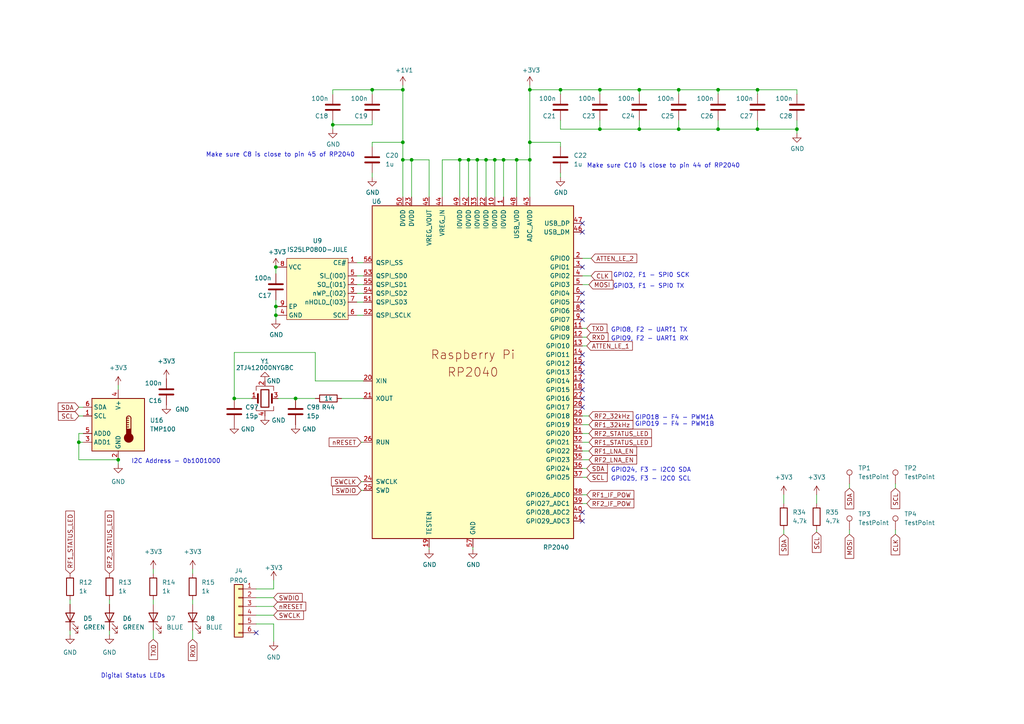
<source format=kicad_sch>
(kicad_sch (version 20211123) (generator eeschema)
  (paper "A4")
  (lib_symbols
    (symbol "Connector:TestPoint" (pin_numbers hide) (pin_names (offset 0.762) hide)
      (property "Reference" "TP" (at 0 6.858 0))
      (property "Value" "TestPoint" (at 0 5.08 0))
      (symbol "TestPoint_0_1"
        (circle (center 0 3.302) (radius 0.762))
      )
      (symbol "TestPoint_1_1"
        (pin passive line (at 0 0 90) (length 2.54) (name "1") (number "1"))
      )
    )
    (symbol "Connector_Generic:Conn_01x06" (pin_names (offset 1.016) hide)
      (property "Reference" "J" (at 0 7.62 0))
      (property "Value" "Conn_01x06" (at 0 -10.16 0))
      (symbol "Conn_01x06_1_1"
        (rectangle (start -1.27 -7.493) (end 0 -7.747) (stroke (width 0.1524)))
        (rectangle (start -1.27 -4.953) (end 0 -5.207) (stroke (width 0.1524)))
        (rectangle (start -1.27 -2.413) (end 0 -2.667) (stroke (width 0.1524)))
        (rectangle (start -1.27 0.127) (end 0 -0.127) (stroke (width 0.1524)))
        (rectangle (start -1.27 2.667) (end 0 2.413) (stroke (width 0.1524)))
        (rectangle (start -1.27 5.207) (end 0 4.953) (stroke (width 0.1524)))
        (rectangle (start -1.27 6.35) (end 1.27 -8.89) (stroke (width 0.254)) (fill (type background)))
        (pin passive line (at -5.08 5.08 0) (length 3.81) (name "Pin_1") (number "1"))
        (pin passive line (at -5.08 2.54 0) (length 3.81) (name "Pin_2") (number "2"))
        (pin passive line (at -5.08 0 0) (length 3.81) (name "Pin_3") (number "3"))
        (pin passive line (at -5.08 -2.54 0) (length 3.81) (name "Pin_4") (number "4"))
        (pin passive line (at -5.08 -5.08 0) (length 3.81) (name "Pin_5") (number "5"))
        (pin passive line (at -5.08 -7.62 0) (length 3.81) (name "Pin_6") (number "6"))
      )
    )
    (symbol "Device:C" (pin_numbers hide) (pin_names (offset 0.254))
      (property "Reference" "C" (at 0.635 2.54 0))
      (property "Value" "C" (at 0.635 -2.54 0))
      (symbol "C_0_1"
        (polyline (pts (xy -2.032 -0.762) (xy 2.032 -0.762)) (stroke (width 0.508)))
        (polyline (pts (xy -2.032 0.762) (xy 2.032 0.762)) (stroke (width 0.508)))
      )
      (symbol "C_1_1"
        (pin passive line (at 0 3.81 270) (length 2.794) (name "~") (number "1"))
        (pin passive line (at 0 -3.81 90) (length 2.794) (name "~") (number "2"))
      )
    )
    (symbol "Device:Crystal_GND24" (pin_names (offset 1.016) hide)
      (property "Reference" "Y" (at 3.175 5.08 0))
      (property "Value" "Crystal_GND24" (at 3.175 3.175 0))
      (symbol "Crystal_GND24_0_1"
        (rectangle (start -1.143 2.54) (end 1.143 -2.54) (stroke (width 0.3048)))
        (polyline (pts (xy -2.54 0) (xy -2.032 0)))
        (polyline (pts (xy -2.032 -1.27) (xy -2.032 1.27)) (stroke (width 0.508)))
        (polyline (pts (xy 0 -3.81) (xy 0 -3.556)))
        (polyline (pts (xy 0 3.556) (xy 0 3.81)))
        (polyline (pts (xy 2.032 -1.27) (xy 2.032 1.27)) (stroke (width 0.508)))
        (polyline (pts (xy 2.032 0) (xy 2.54 0)))
        (polyline (pts (xy -2.54 -2.286) (xy -2.54 -3.556) (xy 2.54 -3.556) (xy 2.54 -2.286)))
        (polyline (pts (xy -2.54 2.286) (xy -2.54 3.556) (xy 2.54 3.556) (xy 2.54 2.286)))
      )
      (symbol "Crystal_GND24_1_1"
        (pin passive line (at -3.81 0 0) (length 1.27) (name "1") (number "1"))
        (pin passive line (at 0 5.08 270) (length 1.27) (name "2") (number "2"))
        (pin passive line (at 3.81 0 180) (length 1.27) (name "3") (number "3"))
        (pin passive line (at 0 -5.08 90) (length 1.27) (name "4") (number "4"))
      )
    )
    (symbol "Device:LED" (pin_numbers hide) (pin_names (offset 1.016) hide)
      (property "Reference" "D" (at 0 2.54 0))
      (property "Value" "LED" (at 0 -2.54 0))
      (symbol "LED_0_1"
        (polyline (pts (xy -1.27 -1.27) (xy -1.27 1.27)) (stroke (width 0.254)))
        (polyline (pts (xy -1.27 0) (xy 1.27 0)))
        (polyline (pts (xy 1.27 -1.27) (xy 1.27 1.27) (xy -1.27 0) (xy 1.27 -1.27)) (stroke (width 0.254)))
        (polyline (pts (xy -3.048 -0.762) (xy -4.572 -2.286) (xy -3.81 -2.286) (xy -4.572 -2.286) (xy -4.572 -1.524)))
        (polyline (pts (xy -1.778 -0.762) (xy -3.302 -2.286) (xy -2.54 -2.286) (xy -3.302 -2.286) (xy -3.302 -1.524)))
      )
      (symbol "LED_1_1"
        (pin passive line (at -3.81 0 0) (length 2.54) (name "K") (number "1"))
        (pin passive line (at 3.81 0 180) (length 2.54) (name "A") (number "2"))
      )
    )
    (symbol "Device:R" (pin_numbers hide) (pin_names (offset 0))
      (property "Reference" "R" (at 2.032 0 90))
      (property "Value" "R" (at 0 0 90))
      (symbol "R_0_1"
        (rectangle (start -1.016 -2.54) (end 1.016 2.54) (stroke (width 0.254)))
      )
      (symbol "R_1_1"
        (pin passive line (at 0 3.81 270) (length 1.27) (name "~") (number "1"))
        (pin passive line (at 0 -3.81 90) (length 1.27) (name "~") (number "2"))
      )
    )
    (symbol "MCU_RaspberryPi_RP2040:RP2040" (pin_names (offset 1.016))
      (property "Reference" "U" (at -29.21 49.53 0))
      (property "Value" "RP2040" (at 24.13 -49.53 0))
      (symbol "RP2040_0_0"
        (text "Raspberry Pi" (at 0 5.08 0) (effects (font (size 2.54 2.54))))
        (text "RP2040" (at 0 0 0) (effects (font (size 2.54 2.54))))
      )
      (symbol "RP2040_0_1"
        (rectangle (start 29.21 48.26) (end -29.21 -48.26) (stroke (width 0.254)) (fill (type background)))
      )
      (symbol "RP2040_1_1"
        (pin power_in line (at 8.89 50.8 270) (length 2.54) (name "IOVDD") (number "1"))
        (pin power_in line (at 6.35 50.8 270) (length 2.54) (name "IOVDD") (number "10"))
        (pin bidirectional line (at 31.75 12.7 180) (length 2.54) (name "GPIO8") (number "11"))
        (pin bidirectional line (at 31.75 10.16 180) (length 2.54) (name "GPIO9") (number "12"))
        (pin bidirectional line (at 31.75 7.62 180) (length 2.54) (name "GPIO10") (number "13"))
        (pin bidirectional line (at 31.75 5.08 180) (length 2.54) (name "GPIO11") (number "14"))
        (pin bidirectional line (at 31.75 2.54 180) (length 2.54) (name "GPIO12") (number "15"))
        (pin bidirectional line (at 31.75 0 180) (length 2.54) (name "GPIO13") (number "16"))
        (pin bidirectional line (at 31.75 -2.54 180) (length 2.54) (name "GPIO14") (number "17"))
        (pin bidirectional line (at 31.75 -5.08 180) (length 2.54) (name "GPIO15") (number "18"))
        (pin passive line (at -12.7 -50.8 90) (length 2.54) (name "TESTEN") (number "19"))
        (pin bidirectional line (at 31.75 33.02 180) (length 2.54) (name "GPIO0") (number "2"))
        (pin input line (at -31.75 -2.54 0) (length 2.54) (name "XIN") (number "20"))
        (pin passive line (at -31.75 -7.62 0) (length 2.54) (name "XOUT") (number "21"))
        (pin power_in line (at 3.81 50.8 270) (length 2.54) (name "IOVDD") (number "22"))
        (pin power_in line (at -17.78 50.8 270) (length 2.54) (name "DVDD") (number "23"))
        (pin output line (at -31.75 -31.75 0) (length 2.54) (name "SWCLK") (number "24"))
        (pin bidirectional line (at -31.75 -34.29 0) (length 2.54) (name "SWD") (number "25"))
        (pin input line (at -31.75 -20.32 0) (length 2.54) (name "RUN") (number "26"))
        (pin bidirectional line (at 31.75 -7.62 180) (length 2.54) (name "GPIO16") (number "27"))
        (pin bidirectional line (at 31.75 -10.16 180) (length 2.54) (name "GPIO17") (number "28"))
        (pin bidirectional line (at 31.75 -12.7 180) (length 2.54) (name "GPIO18") (number "29"))
        (pin bidirectional line (at 31.75 30.48 180) (length 2.54) (name "GPIO1") (number "3"))
        (pin bidirectional line (at 31.75 -15.24 180) (length 2.54) (name "GPIO19") (number "30"))
        (pin bidirectional line (at 31.75 -17.78 180) (length 2.54) (name "GPIO20") (number "31"))
        (pin bidirectional line (at 31.75 -20.32 180) (length 2.54) (name "GPIO21") (number "32"))
        (pin power_in line (at 1.27 50.8 270) (length 2.54) (name "IOVDD") (number "33"))
        (pin bidirectional line (at 31.75 -22.86 180) (length 2.54) (name "GPIO22") (number "34"))
        (pin bidirectional line (at 31.75 -25.4 180) (length 2.54) (name "GPIO23") (number "35"))
        (pin bidirectional line (at 31.75 -27.94 180) (length 2.54) (name "GPIO24") (number "36"))
        (pin bidirectional line (at 31.75 -30.48 180) (length 2.54) (name "GPIO25") (number "37"))
        (pin bidirectional line (at 31.75 -35.56 180) (length 2.54) (name "GPIO26_ADC0") (number "38"))
        (pin bidirectional line (at 31.75 -38.1 180) (length 2.54) (name "GPIO27_ADC1") (number "39"))
        (pin bidirectional line (at 31.75 27.94 180) (length 2.54) (name "GPIO2") (number "4"))
        (pin bidirectional line (at 31.75 -40.64 180) (length 2.54) (name "GPIO28_ADC2") (number "40"))
        (pin bidirectional line (at 31.75 -43.18 180) (length 2.54) (name "GPIO29_ADC3") (number "41"))
        (pin power_in line (at -1.27 50.8 270) (length 2.54) (name "IOVDD") (number "42"))
        (pin power_in line (at 16.51 50.8 270) (length 2.54) (name "ADC_AVDD") (number "43"))
        (pin power_in line (at -8.89 50.8 270) (length 2.54) (name "VREG_IN") (number "44"))
        (pin power_out line (at -12.7 50.8 270) (length 2.54) (name "VREG_VOUT") (number "45"))
        (pin bidirectional line (at 31.75 40.64 180) (length 2.54) (name "USB_DM") (number "46"))
        (pin bidirectional line (at 31.75 43.18 180) (length 2.54) (name "USB_DP") (number "47"))
        (pin power_in line (at 12.7 50.8 270) (length 2.54) (name "USB_VDD") (number "48"))
        (pin power_in line (at -3.81 50.8 270) (length 2.54) (name "IOVDD") (number "49"))
        (pin bidirectional line (at 31.75 25.4 180) (length 2.54) (name "GPIO3") (number "5"))
        (pin power_in line (at -20.32 50.8 270) (length 2.54) (name "DVDD") (number "50"))
        (pin bidirectional line (at -31.75 20.32 0) (length 2.54) (name "QSPI_SD3") (number "51"))
        (pin output line (at -31.75 16.51 0) (length 2.54) (name "QSPI_SCLK") (number "52"))
        (pin bidirectional line (at -31.75 27.94 0) (length 2.54) (name "QSPI_SD0") (number "53"))
        (pin bidirectional line (at -31.75 22.86 0) (length 2.54) (name "QSPI_SD2") (number "54"))
        (pin bidirectional line (at -31.75 25.4 0) (length 2.54) (name "QSPI_SD1") (number "55"))
        (pin bidirectional line (at -31.75 31.75 0) (length 2.54) (name "QSPI_SS") (number "56"))
        (pin power_in line (at 0 -50.8 90) (length 2.54) (name "GND") (number "57"))
        (pin bidirectional line (at 31.75 22.86 180) (length 2.54) (name "GPIO4") (number "6"))
        (pin bidirectional line (at 31.75 20.32 180) (length 2.54) (name "GPIO5") (number "7"))
        (pin bidirectional line (at 31.75 17.78 180) (length 2.54) (name "GPIO6") (number "8"))
        (pin bidirectional line (at 31.75 15.24 180) (length 2.54) (name "GPIO7") (number "9"))
      )
    )
    (symbol "Project Library:IS25LP080D-JULE"
      (property "Reference" "U" (at 0 12.7 0))
      (property "Value" "IS25LP080D-JULE" (at 0 10.16 0))
      (symbol "IS25LP080D-JULE_0_1"
        (rectangle (start -8.255 8.89) (end 9.525 -8.89) (fill (type background)))
      )
      (symbol "IS25LP080D-JULE_1_1"
        (pin input line (at 12.065 7.62 180) (length 2.54) (name "CE#") (number "1"))
        (pin output line (at 12.065 1.27 180) (length 2.54) (name "SO_(IO1)") (number "2"))
        (pin input line (at 12.065 -1.27 180) (length 2.54) (name "nWP_(IO2)") (number "3"))
        (pin power_in line (at -10.795 -7.62 0) (length 2.54) (name "GND") (number "4"))
        (pin input line (at 12.065 3.81 180) (length 2.54) (name "SI_(IO0)") (number "5"))
        (pin input line (at 12.065 -7.62 180) (length 2.54) (name "SCK") (number "6"))
        (pin input line (at 12.065 -3.81 180) (length 2.54) (name "nHOLD_(IO3)") (number "7"))
        (pin power_in line (at -10.795 6.35 0) (length 2.54) (name "VCC") (number "8"))
        (pin power_in line (at -10.795 -5.08 0) (length 2.54) (name "EP") (number "9"))
      )
    )
    (symbol "Sensor_Temperature:TMP100"
      (property "Reference" "U" (at 10.16 6.35 0))
      (property "Value" "TMP100" (at 12.7 3.81 0))
      (symbol "TMP100_0_1"
        (rectangle (start -7.62 7.62) (end 7.62 -7.62) (stroke (width 0.254)) (fill (type background)))
      )
      (symbol "TMP100_1_1"
        (polyline (pts (xy 2.413 -0.635) (xy 3.048 -0.635)) (stroke (width 0.254)))
        (polyline (pts (xy 2.413 0) (xy 3.048 0)) (stroke (width 0.254)))
        (polyline (pts (xy 2.413 0.635) (xy 3.048 0.635)) (stroke (width 0.254)))
        (polyline (pts (xy 2.413 1.27) (xy 3.048 1.27)) (stroke (width 0.254)))
        (polyline (pts (xy 2.413 1.905) (xy 2.413 -1.27)) (stroke (width 0.254)))
        (polyline (pts (xy 2.413 1.905) (xy 3.048 1.905)) (stroke (width 0.254)))
        (polyline (pts (xy 3.683 1.905) (xy 3.683 -1.27)) (stroke (width 0.254)))
        (circle (center 3.048 -3.81) (radius 1.27) (stroke (width 0.254)) (fill (type outline)))
        (rectangle (start 3.683 -3.175) (end 2.413 -1.27) (stroke (width 0.254)) (fill (type outline)))
        (arc (start 3.683 1.905) (mid 3.048 2.54) (end 2.413 1.905) (stroke (width 0.254)))
        (pin input line (at -10.16 2.54 0) (length 2.54) (name "SCL") (number "1"))
        (pin power_in line (at 0 -10.16 90) (length 2.54) (name "GND") (number "2"))
        (pin input line (at -10.16 -5.08 0) (length 2.54) (name "ADD1") (number "3"))
        (pin power_in line (at 0 10.16 270) (length 2.54) (name "V+") (number "4"))
        (pin input line (at -10.16 -2.54 0) (length 2.54) (name "ADD0") (number "5"))
        (pin bidirectional line (at -10.16 5.08 0) (length 2.54) (name "SDA") (number "6"))
      )
    )
    (symbol "power:+1V1" (power) (pin_names (offset 0))
      (property "Value" "+1V1" (at 0 3.556 0))
      (symbol "+1V1_0_1"
        (polyline (pts (xy -0.762 1.27) (xy 0 2.54)))
        (polyline (pts (xy 0 0) (xy 0 2.54)))
        (polyline (pts (xy 0 2.54) (xy 0.762 1.27)))
      )
      (symbol "+1V1_1_1"
        (pin power_in line (at 0 0 90) (length 0) hide (name "+1V1") (number "1"))
      )
    )
    (symbol "power:+3.3V" (power) (pin_names (offset 0))
      (property "Value" "+3.3V" (at 0 3.556 0))
      (symbol "+3.3V_0_1"
        (polyline (pts (xy -0.762 1.27) (xy 0 2.54)))
        (polyline (pts (xy 0 0) (xy 0 2.54)))
        (polyline (pts (xy 0 2.54) (xy 0.762 1.27)))
      )
      (symbol "+3.3V_1_1"
        (pin power_in line (at 0 0 90) (length 0) hide (name "+3V3") (number "1"))
      )
    )
    (symbol "power:+3V3" (power) (pin_names (offset 0))
      (property "Value" "+3V3" (at 0 3.556 0))
      (symbol "+3V3_0_1"
        (polyline (pts (xy -0.762 1.27) (xy 0 2.54)))
        (polyline (pts (xy 0 0) (xy 0 2.54)))
        (polyline (pts (xy 0 2.54) (xy 0.762 1.27)))
      )
      (symbol "+3V3_1_1"
        (pin power_in line (at 0 0 90) (length 0) hide (name "+3V3") (number "1"))
      )
    )
    (symbol "power:GND" (power) (pin_names (offset 0))
      (property "Value" "GND" (at 0 -3.81 0))
      (symbol "GND_0_1"
        (polyline (pts (xy 0 0) (xy 0 -1.27) (xy 1.27 -1.27) (xy 0 -2.54) (xy -1.27 -1.27) (xy 0 -1.27)))
      )
      (symbol "GND_1_1"
        (pin power_in line (at 0 0 270) (length 0) hide (name "GND") (number "1"))
      )
    )
  )
  (junction (at 22.86 128.27))
  (junction (at 116.84 46.355))
  (junction (at 67.945 115.57))
  (junction (at 96.52 36.195))
  (junction (at 116.84 26.035))
  (junction (at 80.01 77.47))
  (junction (at 162.56 26.035))
  (junction (at 196.85 37.465))
  (junction (at 219.71 37.465))
  (junction (at 153.67 41.275))
  (junction (at 80.01 88.9))
  (junction (at 143.51 46.355))
  (junction (at 133.35 46.355))
  (junction (at 153.67 26.035))
  (junction (at 173.99 26.035))
  (junction (at 231.14 37.465))
  (junction (at 116.84 41.275))
  (junction (at 208.28 26.035))
  (junction (at 146.05 46.355))
  (junction (at 135.89 46.355))
  (junction (at 208.28 37.465))
  (junction (at 185.42 26.035))
  (junction (at 107.95 26.035))
  (junction (at 173.99 37.465))
  (junction (at 138.43 46.355))
  (junction (at 185.42 37.465))
  (junction (at 140.97 46.355))
  (junction (at 34.29 133.35))
  (junction (at 80.01 91.44))
  (junction (at 219.71 26.035))
  (junction (at 196.85 26.035))
  (junction (at 153.67 46.355))
  (junction (at 149.86 46.355))
  (junction (at 119.38 46.355))
  (junction (at 85.725 115.57))
  (no_connect (at 168.91 107.95))
  (no_connect (at 168.91 77.47))
  (no_connect (at 168.91 115.57))
  (no_connect (at 168.91 118.11))
  (no_connect (at 168.91 105.41))
  (no_connect (at 168.91 92.71))
  (no_connect (at 168.91 64.77))
  (no_connect (at 168.91 67.31))
  (no_connect (at 168.91 102.87))
  (no_connect (at 168.91 85.09))
  (no_connect (at 168.91 113.03))
  (no_connect (at 168.91 87.63))
  (no_connect (at 168.91 90.17))
  (no_connect (at 168.91 148.59))
  (no_connect (at 168.91 151.13))
  (no_connect (at 168.91 110.49))
  (no_connect (at 74.295 183.515))
  (wire (pts (xy 96.52 36.195) (xy 107.95 36.195)))
  (wire (pts (xy 79.375 168.275) (xy 79.375 170.815)))
  (wire (pts (xy 208.28 27.305) (xy 208.28 26.035)))
  (wire (pts (xy 259.715 140.335) (xy 259.715 141.605)))
  (wire (pts (xy 140.97 57.15) (xy 140.97 46.355)))
  (wire (pts (xy 103.505 91.44) (xy 105.41 91.44)))
  (wire (pts (xy 219.71 34.925) (xy 219.71 37.465)))
  (wire (pts (xy 74.295 178.435) (xy 79.375 178.435)))
  (wire (pts (xy 107.95 42.545) (xy 107.95 41.275)))
  (wire (pts (xy 168.91 120.65) (xy 170.815 120.65)))
  (wire (pts (xy 168.91 97.79) (xy 170.18 97.79)))
  (wire (pts (xy 153.67 26.035) (xy 162.56 26.035)))
  (wire (pts (xy 96.52 36.195) (xy 96.52 37.465)))
  (wire (pts (xy 168.91 135.89) (xy 170.18 135.89)))
  (wire (pts (xy 22.86 120.65) (xy 24.13 120.65)))
  (wire (pts (xy 104.775 128.27) (xy 105.41 128.27)))
  (wire (pts (xy 128.27 46.355) (xy 133.35 46.355)))
  (wire (pts (xy 135.89 57.15) (xy 135.89 46.355)))
  (wire (pts (xy 185.42 26.035) (xy 196.85 26.035)))
  (wire (pts (xy 246.38 153.67) (xy 246.38 154.94)))
  (wire (pts (xy 24.13 128.27) (xy 22.86 128.27)))
  (wire (pts (xy 20.32 182.88) (xy 20.32 184.15)))
  (wire (pts (xy 208.28 37.465) (xy 196.85 37.465)))
  (wire (pts (xy 173.99 34.925) (xy 173.99 37.465)))
  (wire (pts (xy 22.86 128.27) (xy 22.86 125.73)))
  (wire (pts (xy 103.505 82.55) (xy 105.41 82.55)))
  (wire (pts (xy 20.32 173.99) (xy 20.32 175.26)))
  (wire (pts (xy 168.91 130.81) (xy 170.815 130.81)))
  (wire (pts (xy 168.91 133.35) (xy 170.815 133.35)))
  (wire (pts (xy 96.52 27.305) (xy 96.52 26.035)))
  (wire (pts (xy 146.05 46.355) (xy 146.05 57.15)))
  (wire (pts (xy 168.91 143.51) (xy 170.18 143.51)))
  (wire (pts (xy 168.91 74.93) (xy 171.45 74.93)))
  (wire (pts (xy 80.01 91.44) (xy 80.01 92.71)))
  (wire (pts (xy 80.01 77.47) (xy 80.01 79.375)))
  (wire (pts (xy 133.35 57.15) (xy 133.35 46.355)))
  (wire (pts (xy 227.33 154.94) (xy 227.33 153.67)))
  (wire (pts (xy 99.06 115.57) (xy 105.41 115.57)))
  (wire (pts (xy 80.645 115.57) (xy 85.725 115.57)))
  (wire (pts (xy 162.56 50.165) (xy 162.56 51.435)))
  (wire (pts (xy 168.91 146.05) (xy 170.18 146.05)))
  (wire (pts (xy 196.85 26.035) (xy 208.28 26.035)))
  (wire (pts (xy 80.01 86.995) (xy 80.01 88.9)))
  (wire (pts (xy 168.91 95.25) (xy 170.18 95.25)))
  (wire (pts (xy 34.29 133.35) (xy 22.86 133.35)))
  (wire (pts (xy 143.51 57.15) (xy 143.51 46.355)))
  (wire (pts (xy 227.33 143.51) (xy 227.33 146.05)))
  (wire (pts (xy 208.28 34.925) (xy 208.28 37.465)))
  (wire (pts (xy 79.375 180.975) (xy 79.375 186.055)))
  (wire (pts (xy 44.45 165.1) (xy 44.45 166.37)))
  (wire (pts (xy 31.75 182.88) (xy 31.75 184.15)))
  (wire (pts (xy 91.44 110.49) (xy 91.44 102.235)))
  (wire (pts (xy 103.505 87.63) (xy 105.41 87.63)))
  (wire (pts (xy 153.67 46.355) (xy 153.67 57.15)))
  (wire (pts (xy 162.56 26.035) (xy 173.99 26.035)))
  (wire (pts (xy 168.91 82.55) (xy 170.815 82.55)))
  (wire (pts (xy 168.91 138.43) (xy 170.18 138.43)))
  (wire (pts (xy 22.86 125.73) (xy 24.13 125.73)))
  (wire (pts (xy 22.86 118.11) (xy 24.13 118.11)))
  (wire (pts (xy 173.99 37.465) (xy 162.56 37.465)))
  (wire (pts (xy 173.99 26.035) (xy 185.42 26.035)))
  (wire (pts (xy 44.45 182.88) (xy 44.45 185.42)))
  (wire (pts (xy 140.97 46.355) (xy 143.51 46.355)))
  (wire (pts (xy 185.42 34.925) (xy 185.42 37.465)))
  (wire (pts (xy 137.16 158.75) (xy 137.16 159.385)))
  (wire (pts (xy 196.85 34.925) (xy 196.85 37.465)))
  (wire (pts (xy 162.56 26.035) (xy 162.56 27.305)))
  (wire (pts (xy 162.56 42.545) (xy 162.56 41.275)))
  (wire (pts (xy 153.67 26.035) (xy 153.67 41.275)))
  (wire (pts (xy 236.855 154.305) (xy 236.855 153.67)))
  (wire (pts (xy 149.86 46.355) (xy 153.67 46.355)))
  (wire (pts (xy 103.505 76.2) (xy 105.41 76.2)))
  (wire (pts (xy 74.295 175.895) (xy 79.375 175.895)))
  (wire (pts (xy 143.51 46.355) (xy 146.05 46.355)))
  (wire (pts (xy 231.14 37.465) (xy 231.14 38.735)))
  (wire (pts (xy 153.67 41.275) (xy 153.67 46.355)))
  (wire (pts (xy 79.375 170.815) (xy 74.295 170.815)))
  (wire (pts (xy 107.95 50.165) (xy 107.95 51.435)))
  (wire (pts (xy 168.91 123.19) (xy 170.815 123.19)))
  (wire (pts (xy 231.14 34.925) (xy 231.14 37.465)))
  (wire (pts (xy 119.38 46.355) (xy 116.84 46.355)))
  (wire (pts (xy 80.01 88.9) (xy 80.01 91.44)))
  (wire (pts (xy 138.43 57.15) (xy 138.43 46.355)))
  (wire (pts (xy 149.86 57.15) (xy 149.86 46.355)))
  (wire (pts (xy 196.85 27.305) (xy 196.85 26.035)))
  (wire (pts (xy 168.91 125.73) (xy 170.815 125.73)))
  (wire (pts (xy 219.71 26.035) (xy 231.14 26.035)))
  (wire (pts (xy 116.84 41.275) (xy 116.84 46.355)))
  (wire (pts (xy 80.645 91.44) (xy 80.01 91.44)))
  (wire (pts (xy 173.99 27.305) (xy 173.99 26.035)))
  (wire (pts (xy 168.91 100.33) (xy 170.18 100.33)))
  (wire (pts (xy 74.295 180.975) (xy 79.375 180.975)))
  (wire (pts (xy 22.86 133.35) (xy 22.86 128.27)))
  (wire (pts (xy 153.67 24.765) (xy 153.67 26.035)))
  (wire (pts (xy 104.775 139.7) (xy 105.41 139.7)))
  (wire (pts (xy 96.52 26.035) (xy 107.95 26.035)))
  (wire (pts (xy 196.85 37.465) (xy 185.42 37.465)))
  (wire (pts (xy 119.38 57.15) (xy 119.38 46.355)))
  (wire (pts (xy 96.52 34.925) (xy 96.52 36.195)))
  (wire (pts (xy 219.71 27.305) (xy 219.71 26.035)))
  (wire (pts (xy 44.45 173.99) (xy 44.45 175.26)))
  (wire (pts (xy 146.05 46.355) (xy 149.86 46.355)))
  (wire (pts (xy 231.14 27.305) (xy 231.14 26.035)))
  (wire (pts (xy 219.71 37.465) (xy 231.14 37.465)))
  (wire (pts (xy 85.725 115.57) (xy 91.44 115.57)))
  (wire (pts (xy 91.44 102.235) (xy 67.945 102.235)))
  (wire (pts (xy 153.67 41.275) (xy 162.56 41.275)))
  (wire (pts (xy 116.84 26.035) (xy 116.84 41.275)))
  (wire (pts (xy 80.01 77.47) (xy 80.645 77.47)))
  (wire (pts (xy 103.505 80.01) (xy 105.41 80.01)))
  (wire (pts (xy 135.89 46.355) (xy 138.43 46.355)))
  (wire (pts (xy 124.46 57.15) (xy 124.46 46.355)))
  (wire (pts (xy 107.95 41.275) (xy 116.84 41.275)))
  (wire (pts (xy 116.84 46.355) (xy 116.84 57.15)))
  (wire (pts (xy 104.775 142.24) (xy 105.41 142.24)))
  (wire (pts (xy 168.91 128.27) (xy 170.815 128.27)))
  (wire (pts (xy 236.855 143.51) (xy 236.855 146.05)))
  (wire (pts (xy 91.44 110.49) (xy 105.41 110.49)))
  (wire (pts (xy 124.46 158.75) (xy 124.46 159.385)))
  (wire (pts (xy 107.95 26.035) (xy 116.84 26.035)))
  (wire (pts (xy 168.91 80.01) (xy 171.45 80.01)))
  (wire (pts (xy 185.42 37.465) (xy 173.99 37.465)))
  (wire (pts (xy 80.645 88.9) (xy 80.01 88.9)))
  (wire (pts (xy 133.35 46.355) (xy 135.89 46.355)))
  (wire (pts (xy 34.29 133.35) (xy 34.29 134.62)))
  (wire (pts (xy 55.88 165.1) (xy 55.88 166.37)))
  (wire (pts (xy 107.95 27.305) (xy 107.95 26.035)))
  (wire (pts (xy 107.95 36.195) (xy 107.95 34.925)))
  (wire (pts (xy 103.505 85.09) (xy 105.41 85.09)))
  (wire (pts (xy 124.46 46.355) (xy 119.38 46.355)))
  (wire (pts (xy 219.71 37.465) (xy 208.28 37.465)))
  (wire (pts (xy 67.945 115.57) (xy 73.025 115.57)))
  (wire (pts (xy 116.84 24.765) (xy 116.84 26.035)))
  (wire (pts (xy 34.29 113.03) (xy 34.29 111.76)))
  (wire (pts (xy 128.27 57.15) (xy 128.27 46.355)))
  (wire (pts (xy 55.88 182.88) (xy 55.88 185.42)))
  (wire (pts (xy 185.42 27.305) (xy 185.42 26.035)))
  (wire (pts (xy 246.38 140.335) (xy 246.38 141.605)))
  (wire (pts (xy 55.88 173.99) (xy 55.88 175.26)))
  (wire (pts (xy 208.28 26.035) (xy 219.71 26.035)))
  (wire (pts (xy 162.56 34.925) (xy 162.56 37.465)))
  (wire (pts (xy 259.715 153.67) (xy 259.715 154.94)))
  (wire (pts (xy 31.75 173.99) (xy 31.75 175.26)))
  (wire (pts (xy 67.945 102.235) (xy 67.945 115.57)))
  (wire (pts (xy 74.295 173.355) (xy 79.375 173.355)))
  (wire (pts (xy 138.43 46.355) (xy 140.97 46.355)))
  (text "GPIO24, F3 - I2C0 SDA" (at 177.165 137.16 0) (effects (font (size 1.27 1.27)) (justify left bottom)))
  (text "GPIO2, F1 - SPI0 SCK" (at 177.8 80.645 0) (effects (font (size 1.27 1.27)) (justify left bottom)))
  (text "Make sure C10 is close to pin 44 of RP2040" (at 170.18 48.895 0) (effects (font (size 1.27 1.27)) (justify left bottom)))
  (text "GIPO18 - F4 - PWM1A" (at 184.15 121.92 0) (effects (font (size 1.27 1.27)) (justify left bottom)))
  (text "GPIO25, F3 - I2C0 SCL" (at 177.165 139.7 0) (effects (font (size 1.27 1.27)) (justify left bottom)))
  (text "GPIO9, F2 - UART1 RX" (at 177.165 99.06 0) (effects (font (size 1.27 1.27)) (justify left bottom)))
  (text "Digital Status LEDs" (at 29.21 196.85 0) (effects (font (size 1.27 1.27)) (justify left bottom)))
  (text "GPIO3, F1 - SPI0 TX" (at 177.8 83.82 0) (effects (font (size 1.27 1.27)) (justify left bottom)))
  (text "GPIO8, F2 - UART1 TX" (at 177.165 96.52 0) (effects (font (size 1.27 1.27)) (justify left bottom)))
  (text "Make sure C8 is close to pin 45 of RP2040" (at 59.69 45.72 0) (effects (font (size 1.27 1.27)) (justify left bottom)))
  (text "I2C Address - 0b1001000" (at 38.1 134.62 0) (effects (font (size 1.27 1.27)) (justify left bottom)))
  (text "GIPO19 - F4 - PWM1B" (at 184.15 123.825 0) (effects (font (size 1.27 1.27)) (justify left bottom)))
  (global_label "RF2_STATUS_LED" (shape input) (at 170.815 125.73 0) (property "Intersheet References" "${INTERSHEET_REFS}" (effects hide)))
  (global_label "CLK" (shape input) (at 259.715 154.94 270) (property "Intersheet References" "${INTERSHEET_REFS}" (effects hide)))
  (global_label "SCL" (shape input) (at 236.855 154.305 270) (property "Intersheet References" "${INTERSHEET_REFS}" (effects hide)))
  (global_label "ATTEN_LE_1" (shape input) (at 170.18 100.33 0) (property "Intersheet References" "${INTERSHEET_REFS}" (effects hide)))
  (global_label "TXD" (shape input) (at 44.45 185.42 270) (property "Intersheet References" "${INTERSHEET_REFS}" (effects hide)))
  (global_label "SDA" (shape input) (at 246.38 141.605 270) (property "Intersheet References" "${INTERSHEET_REFS}" (effects hide)))
  (global_label "SCL" (shape input) (at 170.18 138.43 0) (property "Intersheet References" "${INTERSHEET_REFS}" (effects hide)))
  (global_label "SDA" (shape input) (at 170.18 135.89 0) (property "Intersheet References" "${INTERSHEET_REFS}" (effects hide)))
  (global_label "CLK" (shape input) (at 171.45 80.01 0) (property "Intersheet References" "${INTERSHEET_REFS}" (effects hide)))
  (global_label "SWCLK" (shape input) (at 104.775 139.7 180) (property "Intersheet References" "${INTERSHEET_REFS}" (effects hide)))
  (global_label "RF1_STATUS_LED" (shape input) (at 20.32 166.37 90) (property "Intersheet References" "${INTERSHEET_REFS}" (effects hide)))
  (global_label "SWDIO" (shape input) (at 79.375 173.355 0) (property "Intersheet References" "${INTERSHEET_REFS}" (effects hide)))
  (global_label "RF2_32kHz" (shape input) (at 170.815 120.65 0) (property "Intersheet References" "${INTERSHEET_REFS}" (effects hide)))
  (global_label "MOSI" (shape input) (at 246.38 154.94 270) (property "Intersheet References" "${INTERSHEET_REFS}" (effects hide)))
  (global_label "TXD" (shape input) (at 170.18 95.25 0) (property "Intersheet References" "${INTERSHEET_REFS}" (effects hide)))
  (global_label "RF2_LNA_EN" (shape input) (at 170.815 133.35 0) (property "Intersheet References" "${INTERSHEET_REFS}" (effects hide)))
  (global_label "RXD" (shape input) (at 55.88 185.42 270) (property "Intersheet References" "${INTERSHEET_REFS}" (effects hide)))
  (global_label "SCL" (shape input) (at 259.715 141.605 270) (property "Intersheet References" "${INTERSHEET_REFS}" (effects hide)))
  (global_label "MOSI" (shape input) (at 170.815 82.55 0) (property "Intersheet References" "${INTERSHEET_REFS}" (effects hide)))
  (global_label "RXD" (shape input) (at 170.18 97.79 0) (property "Intersheet References" "${INTERSHEET_REFS}" (effects hide)))
  (global_label "nRESET" (shape input) (at 79.375 175.895 0) (property "Intersheet References" "${INTERSHEET_REFS}" (effects hide)))
  (global_label "RF1_LNA_EN" (shape input) (at 170.815 130.81 0) (property "Intersheet References" "${INTERSHEET_REFS}" (effects hide)))
  (global_label "RF1_32kHz" (shape input) (at 170.815 123.19 0) (property "Intersheet References" "${INTERSHEET_REFS}" (effects hide)))
  (global_label "SWDIO" (shape input) (at 104.775 142.24 180) (property "Intersheet References" "${INTERSHEET_REFS}" (effects hide)))
  (global_label "ATTEN_LE_2" (shape input) (at 171.45 74.93 0) (property "Intersheet References" "${INTERSHEET_REFS}" (effects hide)))
  (global_label "RF2_STATUS_LED" (shape input) (at 31.75 166.37 90) (property "Intersheet References" "${INTERSHEET_REFS}" (effects hide)))
  (global_label "RF2_IF_POW" (shape input) (at 170.18 146.05 0) (property "Intersheet References" "${INTERSHEET_REFS}" (effects hide)))
  (global_label "SDA" (shape input) (at 227.33 154.94 270) (property "Intersheet References" "${INTERSHEET_REFS}" (effects hide)))
  (global_label "RF1_IF_POW" (shape input) (at 170.18 143.51 0) (property "Intersheet References" "${INTERSHEET_REFS}" (effects hide)))
  (global_label "nRESET" (shape input) (at 104.775 128.27 180) (property "Intersheet References" "${INTERSHEET_REFS}" (effects hide)))
  (global_label "SCL" (shape input) (at 22.86 120.65 180) (property "Intersheet References" "${INTERSHEET_REFS}" (effects hide)))
  (global_label "SWCLK" (shape input) (at 79.375 178.435 0) (property "Intersheet References" "${INTERSHEET_REFS}" (effects hide)))
  (global_label "SDA" (shape input) (at 22.86 118.11 180) (property "Intersheet References" "${INTERSHEET_REFS}" (effects hide)))
  (global_label "RF1_STATUS_LED" (shape input) (at 170.815 128.27 0) (property "Intersheet References" "${INTERSHEET_REFS}" (effects hide)))
  (symbol (lib_id "Device:C") (at 96.52 31.115 0) (unit 1)
    (property "Reference" "C18" (at 95.25 33.655 0) (effects (justify right)))
    (property "Value" "100n" (at 95.25 28.575 0) (effects (justify right)))
    (property "Footprint" "Capacitor_SMD:C_0402_1005Metric" (effects hide))
    (property "MPN" "CC0402KRX7R7BB104" (effects hide))
    (property "LCSC" "C60474" (effects hide))
  )
  (symbol (lib_id "Connector:TestPoint") (at 259.715 153.67 0) (unit 1)
    (property "Reference" "TP4" (at 262.255 149.0979 0) (effects (justify left)))
    (property "Value" "TestPoint" (at 262.255 151.6379 0) (effects (justify left)))
    (property "Footprint" "TestPoint:TestPoint_Pad_D1.0mm" (effects hide))
  )
  (symbol (lib_id "power:GND") (at 107.95 51.435 0) (unit 1)
    (property "Reference" "#PWR0127" (effects hide))
    (property "Value" "GND" (at 108.077 55.8292 0))
  )
  (symbol (lib_id "Device:LED") (at 31.75 179.07 90) (unit 1)
    (property "Reference" "D6" (at 35.56 179.3874 90) (effects (justify right)))
    (property "Value" "GREEN" (at 35.56 181.9274 90) (effects (justify right)))
    (property "Footprint" "LED_SMD:LED_0603_1608Metric" (effects hide))
    (property "LCSC" "C12065" (effects hide))
    (property "MPN" "LTST-C193TGKT-5A" (effects hide))
  )
  (symbol (lib_id "power:+1V1") (at 116.84 24.765 0) (unit 1)
    (property "Reference" "#PWR0130" (effects hide))
    (property "Value" "+1V1" (at 117.221 20.3708 0))
  )
  (symbol (lib_id "power:GND") (at 79.375 186.055 0) (unit 1)
    (property "Reference" "#PWR045" (effects hide))
    (property "Value" "GND" (at 79.375 190.6175 0))
  )
  (symbol (lib_id "power:+3.3V") (at 48.26 109.855 0) (unit 1)
    (property "Reference" "#PWR0117" (effects hide))
    (property "Value" "+3.3V" (at 48.26 104.775 0))
  )
  (symbol (lib_id "Device:R") (at 20.32 170.18 0) (unit 1)
    (property "Reference" "R12" (at 22.86 168.9099 0) (effects (justify left)))
    (property "Value" "1k" (at 22.86 171.4499 0) (effects (justify left)))
    (property "Footprint" "Resistor_SMD:R_0402_1005Metric" (effects hide))
    (property "LCSC" "C105637" (effects hide))
    (property "MPN" "RC0402JR-071KL" (effects hide))
  )
  (symbol (lib_id "MCU_RaspberryPi_RP2040:RP2040") (at 137.16 107.95 0) (unit 1)
    (property "Reference" "U6" (at 109.22 58.42 0))
    (property "Value" "RP2040" (at 161.29 158.75 0))
    (property "Footprint" "Package_DFN_QFN:QFN-56-1EP_7x7mm_P0.4mm_EP3.2x3.2mm" (effects hide))
    (property "MPN" "RP2040" (effects hide))
    (property "LCSC" "C2040" (effects hide))
  )
  (symbol (lib_id "Device:C") (at 80.01 83.185 0) (unit 1)
    (property "Reference" "C17" (at 78.74 85.725 0) (effects (justify right)))
    (property "Value" "100n" (at 78.74 80.645 0) (effects (justify right)))
    (property "Footprint" "Capacitor_SMD:C_0402_1005Metric" (effects hide))
    (property "MPN" "CC0402KRX7R7BB104" (effects hide))
    (property "LCSC" "C60474" (effects hide))
  )
  (symbol (lib_id "power:+3.3V") (at 55.88 165.1 0) (unit 1)
    (property "Reference" "#PWR049" (effects hide))
    (property "Value" "+3.3V" (at 55.88 160.02 0))
  )
  (symbol (lib_id "Device:LED") (at 44.45 179.07 90) (unit 1)
    (property "Reference" "D7" (at 48.26 179.3874 90) (effects (justify right)))
    (property "Value" "BLUE" (at 48.26 181.9274 90) (effects (justify right)))
    (property "Footprint" "LED_SMD:LED_0603_1608Metric" (effects hide))
    (property "LCSC" "C84266" (effects hide))
    (property "MPN" "NCD0603B1" (effects hide))
  )
  (symbol (lib_id "power:GND") (at 48.26 117.475 0) (unit 1)
    (property "Reference" "#PWR0118" (effects hide))
    (property "Value" "GND" (at 50.8 118.7449 0) (effects (justify left)))
  )
  (symbol (lib_id "Device:R") (at 44.45 170.18 0) (unit 1)
    (property "Reference" "R14" (at 46.99 168.9099 0) (effects (justify left)))
    (property "Value" "1k" (at 46.99 171.4499 0) (effects (justify left)))
    (property "Footprint" "Resistor_SMD:R_0402_1005Metric" (effects hide))
    (property "LCSC" "C105637" (effects hide))
    (property "MPN" "RC0402JR-071KL" (effects hide))
  )
  (symbol (lib_id "Connector_Generic:Conn_01x06") (at 69.215 175.895 0) (mirror y) (unit 1)
    (property "Reference" "J4" (at 69.215 165.5785 0))
    (property "Value" "PROG" (at 69.215 168.3536 0))
    (property "Footprint" "Connector:Tag-Connect_TC2030-IDC-NL_2x03_P1.27mm_Vertical" (effects hide))
  )
  (symbol (lib_id "Device:C") (at 85.725 119.38 0) (unit 1)
    (property "Reference" "C98" (at 88.9 118.1099 0) (effects (justify left)))
    (property "Value" "15p" (at 88.9 120.6499 0) (effects (justify left)))
    (property "Footprint" "Capacitor_SMD:C_0402_1005Metric" (effects hide))
    (property "LCSC" "C106997" (effects hide))
    (property "MPN" "CC0402JRNPO9BN150" (effects hide))
  )
  (symbol (lib_id "Device:C") (at 219.71 31.115 0) (unit 1)
    (property "Reference" "C27" (at 218.44 33.655 0) (effects (justify right)))
    (property "Value" "100n" (at 218.44 28.575 0) (effects (justify right)))
    (property "Footprint" "Capacitor_SMD:C_0402_1005Metric" (effects hide))
    (property "MPN" "CC0402KRX7R7BB104" (effects hide))
    (property "LCSC" "C60474" (effects hide))
  )
  (symbol (lib_id "Device:C") (at 196.85 31.115 0) (unit 1)
    (property "Reference" "C25" (at 195.58 33.655 0) (effects (justify right)))
    (property "Value" "100n" (at 195.58 28.575 0) (effects (justify right)))
    (property "Footprint" "Capacitor_SMD:C_0402_1005Metric" (effects hide))
    (property "MPN" "CC0402KRX7R7BB104" (effects hide))
    (property "LCSC" "C60474" (effects hide))
  )
  (symbol (lib_id "Connector:TestPoint") (at 246.38 153.67 0) (unit 1)
    (property "Reference" "TP3" (at 248.92 149.0979 0) (effects (justify left)))
    (property "Value" "TestPoint" (at 248.92 151.6379 0) (effects (justify left)))
    (property "Footprint" "TestPoint:TestPoint_Pad_D1.0mm" (effects hide))
  )
  (symbol (lib_id "Device:C") (at 185.42 31.115 0) (unit 1)
    (property "Reference" "C24" (at 184.15 33.655 0) (effects (justify right)))
    (property "Value" "100n" (at 184.15 28.575 0) (effects (justify right)))
    (property "Footprint" "Capacitor_SMD:C_0402_1005Metric" (effects hide))
    (property "MPN" "CC0402KRX7R7BB104" (effects hide))
    (property "LCSC" "C60474" (effects hide))
  )
  (symbol (lib_id "power:+3V3") (at 153.67 24.765 0) (unit 1)
    (property "Reference" "#PWR0126" (effects hide))
    (property "Value" "+3V3" (at 154.051 20.3708 0))
  )
  (symbol (lib_id "Device:LED") (at 20.32 179.07 90) (unit 1)
    (property "Reference" "D5" (at 24.13 179.3874 90) (effects (justify right)))
    (property "Value" "GREEN" (at 24.13 181.9274 90) (effects (justify right)))
    (property "Footprint" "LED_SMD:LED_0603_1608Metric" (effects hide))
    (property "LCSC" "C12065" (effects hide))
    (property "MPN" "LTST-C193TGKT-5A" (effects hide))
  )
  (symbol (lib_id "Device:R") (at 55.88 170.18 0) (unit 1)
    (property "Reference" "R15" (at 58.42 168.9099 0) (effects (justify left)))
    (property "Value" "1k" (at 58.42 171.4499 0) (effects (justify left)))
    (property "Footprint" "Resistor_SMD:R_0402_1005Metric" (effects hide))
    (property "LCSC" "C105637" (effects hide))
    (property "MPN" "RC0402JR-071KL" (effects hide))
  )
  (symbol (lib_id "power:GND") (at 31.75 184.15 0) (unit 1)
    (property "Reference" "#PWR047" (effects hide))
    (property "Value" "GND" (at 31.75 189.23 0))
  )
  (symbol (lib_id "power:GND") (at 80.01 92.71 0) (unit 1)
    (property "Reference" "#PWR0108" (effects hide))
    (property "Value" "GND" (at 80.137 97.1042 0))
  )
  (symbol (lib_id "power:GND") (at 137.16 159.385 0) (unit 1)
    (property "Reference" "#PWR0128" (effects hide))
    (property "Value" "GND" (at 137.287 163.7792 0))
  )
  (symbol (lib_id "power:GND") (at 96.52 37.465 0) (unit 1)
    (property "Reference" "#PWR0131" (effects hide))
    (property "Value" "GND" (at 96.647 41.8592 0))
  )
  (symbol (lib_id "Device:R") (at 236.855 149.86 0) (unit 1)
    (property "Reference" "R35" (at 239.395 148.5899 0) (effects (justify left)))
    (property "Value" "4.7k" (at 239.395 151.1299 0) (effects (justify left)))
    (property "Footprint" "Resistor_SMD:R_0402_1005Metric" (effects hide))
    (property "LCSC" "C138060" (effects hide))
    (property "MPN" "RC0402FR-0712K4L" (effects hide))
  )
  (symbol (lib_id "Device:LED") (at 55.88 179.07 90) (unit 1)
    (property "Reference" "D8" (at 59.69 179.3874 90) (effects (justify right)))
    (property "Value" "BLUE" (at 59.69 181.9274 90) (effects (justify right)))
    (property "Footprint" "LED_SMD:LED_0603_1608Metric" (effects hide))
    (property "LCSC" "C84266" (effects hide))
    (property "MPN" "NCD0603B1" (effects hide))
  )
  (symbol (lib_id "power:GND") (at 162.56 51.435 0) (unit 1)
    (property "Reference" "#PWR0111" (effects hide))
    (property "Value" "GND" (at 162.687 55.8292 0))
  )
  (symbol (lib_id "Device:R") (at 95.25 115.57 90) (unit 1)
    (property "Reference" "R44" (at 95.25 118.11 90))
    (property "Value" "1k" (at 95.25 115.57 90))
    (property "Footprint" "Resistor_SMD:R_0402_1005Metric" (effects hide))
    (property "LCSC" "C105637" (effects hide))
    (property "MPN" "RC0402JR-071KL" (effects hide))
  )
  (symbol (lib_id "power:GND") (at 34.29 134.62 0) (unit 1)
    (property "Reference" "#PWR0116" (effects hide))
    (property "Value" "GND" (at 34.29 139.7 0))
  )
  (symbol (lib_id "Device:R") (at 227.33 149.86 0) (unit 1)
    (property "Reference" "R34" (at 229.87 148.5899 0) (effects (justify left)))
    (property "Value" "4.7k" (at 229.87 151.1299 0) (effects (justify left)))
    (property "Footprint" "Resistor_SMD:R_0402_1005Metric" (effects hide))
    (property "LCSC" "C138060" (effects hide))
    (property "MPN" "RC0402FR-0712K4L" (effects hide))
  )
  (symbol (lib_id "power:+3.3V") (at 236.855 143.51 0) (unit 1)
    (property "Reference" "#PWR0113" (effects hide))
    (property "Value" "+3.3V" (at 236.855 138.43 0))
  )
  (symbol (lib_id "power:GND") (at 20.32 184.15 0) (unit 1)
    (property "Reference" "#PWR046" (effects hide))
    (property "Value" "GND" (at 20.32 189.23 0))
  )
  (symbol (lib_id "Connector:TestPoint") (at 246.38 140.335 0) (unit 1)
    (property "Reference" "TP1" (at 248.92 135.7629 0) (effects (justify left)))
    (property "Value" "TestPoint" (at 248.92 138.3029 0) (effects (justify left)))
    (property "Footprint" "TestPoint:TestPoint_Pad_D1.0mm" (effects hide))
  )
  (symbol (lib_id "Device:C") (at 107.95 46.355 180) (unit 1)
    (property "Reference" "C20" (at 111.76 45.0849 0) (effects (justify right)))
    (property "Value" "1u" (at 111.76 47.6249 0) (effects (justify right)))
    (property "Footprint" "Capacitor_SMD:C_0603_1608Metric" (effects hide))
    (property "MPN" "CL10A105KA8NNNC" (effects hide))
    (property "LCSC" "C5673" (effects hide))
  )
  (symbol (lib_id "power:+3.3V") (at 44.45 165.1 0) (unit 1)
    (property "Reference" "#PWR048" (effects hide))
    (property "Value" "+3.3V" (at 44.45 160.02 0))
  )
  (symbol (lib_id "Device:C") (at 173.99 31.115 0) (unit 1)
    (property "Reference" "C23" (at 172.72 33.655 0) (effects (justify right)))
    (property "Value" "100n" (at 172.72 28.575 0) (effects (justify right)))
    (property "Footprint" "Capacitor_SMD:C_0402_1005Metric" (effects hide))
    (property "MPN" "CC0402KRX7R7BB104" (effects hide))
    (property "LCSC" "C60474" (effects hide))
  )
  (symbol (lib_id "Sensor_Temperature:TMP100") (at 34.29 123.19 0) (unit 1)
    (property "Reference" "U16" (at 43.4594 121.9199 0) (effects (justify left)))
    (property "Value" "TMP100" (at 43.4594 124.4599 0) (effects (justify left)))
    (property "Footprint" "Package_TO_SOT_SMD:SOT-23-6" (effects hide))
    (property "Datasheet" "http://www.ti.com/lit/gpn/tmp100" (effects hide))
    (property "MPN" "TMP100NA/3K" (effects hide))
    (property "LCSC" "C31810" (effects hide))
  )
  (symbol (lib_id "power:GND") (at 85.725 123.19 0) (unit 1)
    (property "Reference" "#PWR0193" (effects hide))
    (property "Value" "GND" (at 87.63 124.4599 0) (effects (justify left)))
  )
  (symbol (lib_id "Device:C") (at 48.26 113.665 0) (unit 1)
    (property "Reference" "C16" (at 46.99 116.205 0) (effects (justify right)))
    (property "Value" "100n" (at 46.99 111.125 0) (effects (justify right)))
    (property "Footprint" "Capacitor_SMD:C_0402_1005Metric" (effects hide))
    (property "MPN" "CC0402KRX7R7BB104" (effects hide))
    (property "LCSC" "C60474" (effects hide))
  )
  (symbol (lib_id "Device:C") (at 208.28 31.115 0) (unit 1)
    (property "Reference" "C26" (at 207.01 33.655 0) (effects (justify right)))
    (property "Value" "100n" (at 207.01 28.575 0) (effects (justify right)))
    (property "Footprint" "Capacitor_SMD:C_0402_1005Metric" (effects hide))
    (property "MPN" "CC0402KRX7R7BB104" (effects hide))
    (property "LCSC" "C60474" (effects hide))
  )
  (symbol (lib_id "power:GND") (at 76.835 110.49 180) (unit 1)
    (property "Reference" "#PWR0194" (effects hide))
    (property "Value" "GND" (at 79.375 110.49 0))
  )
  (symbol (lib_id "Device:C") (at 162.56 31.115 0) (unit 1)
    (property "Reference" "C21" (at 161.29 33.655 0) (effects (justify right)))
    (property "Value" "100n" (at 161.29 28.575 0) (effects (justify right)))
    (property "Footprint" "Capacitor_SMD:C_0402_1005Metric" (effects hide))
    (property "MPN" "CC0402KRX7R7BB104" (effects hide))
    (property "LCSC" "C60474" (effects hide))
  )
  (symbol (lib_id "Device:C") (at 67.945 119.38 0) (unit 1)
    (property "Reference" "C97" (at 71.12 118.1099 0) (effects (justify left)))
    (property "Value" "15p" (at 71.12 120.6499 0) (effects (justify left)))
    (property "Footprint" "Capacitor_SMD:C_0402_1005Metric" (effects hide))
    (property "LCSC" "C106997" (effects hide))
    (property "MPN" "CC0402JRNPO9BN150" (effects hide))
  )
  (symbol (lib_id "Device:C") (at 107.95 31.115 0) (unit 1)
    (property "Reference" "C19" (at 106.68 33.655 0) (effects (justify right)))
    (property "Value" "100n" (at 106.68 28.575 0) (effects (justify right)))
    (property "Footprint" "Capacitor_SMD:C_0402_1005Metric" (effects hide))
    (property "MPN" "CC0402KRX7R7BB104" (effects hide))
    (property "LCSC" "C60474" (effects hide))
  )
  (symbol (lib_id "power:+3V3") (at 79.375 168.275 0) (unit 1)
    (property "Reference" "#PWR044" (effects hide))
    (property "Value" "+3V3" (at 79.375 164.6705 0))
  )
  (symbol (lib_id "Device:C") (at 231.14 31.115 0) (unit 1)
    (property "Reference" "C28" (at 229.87 33.655 0) (effects (justify right)))
    (property "Value" "100n" (at 229.87 28.575 0) (effects (justify right)))
    (property "Footprint" "Capacitor_SMD:C_0402_1005Metric" (effects hide))
    (property "MPN" "CC0402KRX7R7BB104" (effects hide))
    (property "LCSC" "C60474" (effects hide))
  )
  (symbol (lib_id "Device:R") (at 31.75 170.18 0) (unit 1)
    (property "Reference" "R13" (at 34.29 168.9099 0) (effects (justify left)))
    (property "Value" "1k" (at 34.29 171.4499 0) (effects (justify left)))
    (property "Footprint" "Resistor_SMD:R_0402_1005Metric" (effects hide))
    (property "LCSC" "C105637" (effects hide))
    (property "MPN" "RC0402JR-071KL" (effects hide))
  )
  (symbol (lib_id "Device:C") (at 162.56 46.355 180) (unit 1)
    (property "Reference" "C22" (at 166.37 45.0849 0) (effects (justify right)))
    (property "Value" "1u" (at 166.37 47.6249 0) (effects (justify right)))
    (property "Footprint" "Capacitor_SMD:C_0603_1608Metric" (effects hide))
    (property "MPN" "CL10A105KA8NNNC" (effects hide))
    (property "LCSC" "C5673" (effects hide))
  )
  (symbol (lib_id "power:+3.3V") (at 227.33 143.51 0) (unit 1)
    (property "Reference" "#PWR0112" (effects hide))
    (property "Value" "+3.3V" (at 227.33 138.43 0))
  )
  (symbol (lib_id "Project Library:IS25LP080D-JULE") (at 91.44 83.82 0) (unit 1)
    (property "Reference" "U9" (at 92.075 69.85 0))
    (property "Value" "IS25LP080D-JULE" (at 92.075 72.39 0))
    (property "Footprint" "Library:USON-8-1EP_3x2mm_P0.5mm_EP0.2x1.6mm" (effects hide))
    (property "MPN" "IS25LP080D-JULE-TR" (effects hide))
    (property "LCSC" "C2837009" (effects hide))
  )
  (symbol (lib_id "power:GND") (at 76.835 120.65 0) (unit 1)
    (property "Reference" "#PWR0192" (effects hide))
    (property "Value" "GND" (at 78.74 121.9199 0) (effects (justify left)))
  )
  (symbol (lib_id "Device:Crystal_GND24") (at 76.835 115.57 0) (unit 1)
    (property "Reference" "Y1" (at 76.835 104.775 0))
    (property "Value" "2TJ412000NYGBC" (at 76.835 106.68 0))
    (property "Footprint" "Crystal:Crystal_SMD_2520-4Pin_2.5x2.0mm" (effects hide))
    (property "LCSC" "C2149205" (effects hide))
    (property "MPN" "2TJ412000NYGBC" (effects hide))
  )
  (symbol (lib_id "power:GND") (at 231.14 38.735 0) (unit 1)
    (property "Reference" "#PWR0125" (effects hide))
    (property "Value" "GND" (at 231.267 43.1292 0))
  )
  (symbol (lib_id "power:GND") (at 124.46 159.385 0) (unit 1)
    (property "Reference" "#PWR0129" (effects hide))
    (property "Value" "GND" (at 124.587 163.7792 0))
  )
  (symbol (lib_id "power:GND") (at 67.945 123.19 0) (unit 1)
    (property "Reference" "#PWR0195" (effects hide))
    (property "Value" "GND" (at 69.85 124.4599 0) (effects (justify left)))
  )
  (symbol (lib_id "Connector:TestPoint") (at 259.715 140.335 0) (unit 1)
    (property "Reference" "TP2" (at 262.255 135.7629 0) (effects (justify left)))
    (property "Value" "TestPoint" (at 262.255 138.3029 0) (effects (justify left)))
    (property "Footprint" "TestPoint:TestPoint_Pad_D1.0mm" (effects hide))
  )
  (symbol (lib_id "power:+3V3") (at 80.01 77.47 0) (unit 1)
    (property "Reference" "#PWR0109" (effects hide))
    (property "Value" "+3V3" (at 80.391 73.0758 0))
  )
  (symbol (lib_id "power:+3.3V") (at 34.29 111.76 0) (unit 1)
    (property "Reference" "#PWR0115" (effects hide))
    (property "Value" "+3.3V" (at 34.29 106.68 0))
  )
)
</source>
